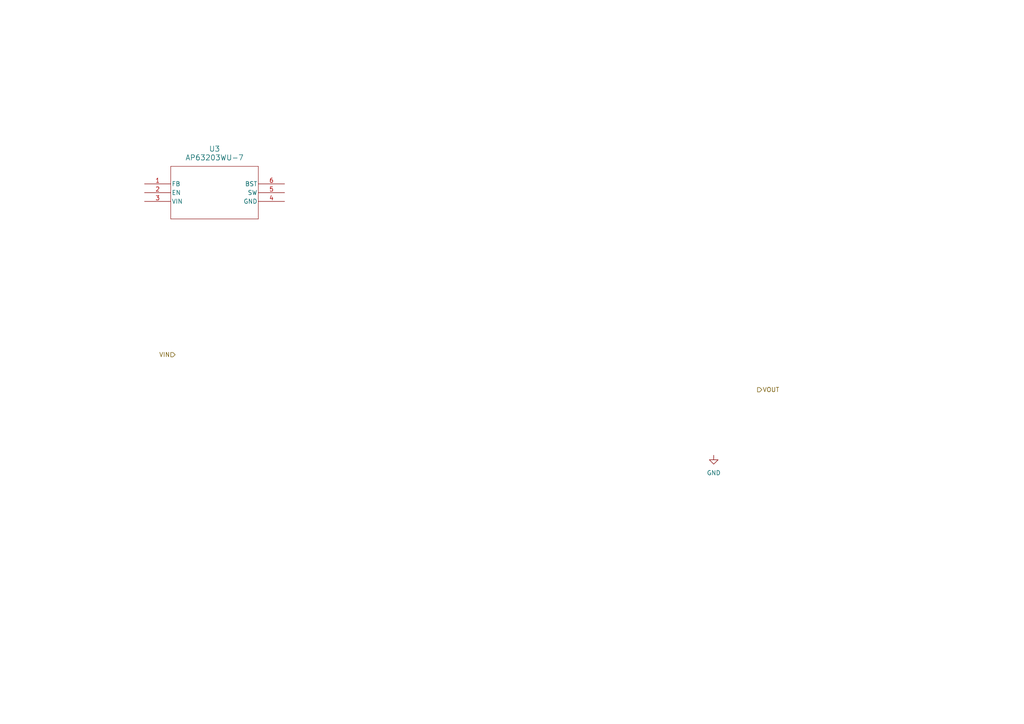
<source format=kicad_sch>
(kicad_sch
	(version 20250114)
	(generator "eeschema")
	(generator_version "9.0")
	(uuid "230fe3c7-6e85-4f35-a578-45a4f89f1959")
	(paper "A4")
	(lib_symbols
		(symbol "AP63203WU-7:AP63203WU-7"
			(pin_names
				(offset 0.254)
			)
			(exclude_from_sim no)
			(in_bom yes)
			(on_board yes)
			(property "Reference" "U"
				(at 20.32 10.16 0)
				(effects
					(font
						(size 1.524 1.524)
					)
				)
			)
			(property "Value" "AP63203WU-7"
				(at 20.32 7.62 0)
				(effects
					(font
						(size 1.524 1.524)
					)
				)
			)
			(property "Footprint" "AP63203WU-7_DIO"
				(at 0 0 0)
				(effects
					(font
						(size 1.27 1.27)
						(italic yes)
					)
					(hide yes)
				)
			)
			(property "Datasheet" "AP63203WU-7"
				(at 0 0 0)
				(effects
					(font
						(size 1.27 1.27)
						(italic yes)
					)
					(hide yes)
				)
			)
			(property "Description" ""
				(at 0 0 0)
				(effects
					(font
						(size 1.27 1.27)
					)
					(hide yes)
				)
			)
			(property "ki_locked" ""
				(at 0 0 0)
				(effects
					(font
						(size 1.27 1.27)
					)
				)
			)
			(property "ki_keywords" "AP63203WU-7"
				(at 0 0 0)
				(effects
					(font
						(size 1.27 1.27)
					)
					(hide yes)
				)
			)
			(property "ki_fp_filters" "AP63203WU-7_DIO AP63203WU-7_DIO-M AP63203WU-7_DIO-L"
				(at 0 0 0)
				(effects
					(font
						(size 1.27 1.27)
					)
					(hide yes)
				)
			)
			(symbol "AP63203WU-7_0_1"
				(polyline
					(pts
						(xy 7.62 5.08) (xy 7.62 -10.16)
					)
					(stroke
						(width 0.127)
						(type default)
					)
					(fill
						(type none)
					)
				)
				(polyline
					(pts
						(xy 7.62 -10.16) (xy 33.02 -10.16)
					)
					(stroke
						(width 0.127)
						(type default)
					)
					(fill
						(type none)
					)
				)
				(polyline
					(pts
						(xy 33.02 5.08) (xy 7.62 5.08)
					)
					(stroke
						(width 0.127)
						(type default)
					)
					(fill
						(type none)
					)
				)
				(polyline
					(pts
						(xy 33.02 -10.16) (xy 33.02 5.08)
					)
					(stroke
						(width 0.127)
						(type default)
					)
					(fill
						(type none)
					)
				)
				(pin output line
					(at 0 0 0)
					(length 7.62)
					(name "FB"
						(effects
							(font
								(size 1.27 1.27)
							)
						)
					)
					(number "1"
						(effects
							(font
								(size 1.27 1.27)
							)
						)
					)
				)
				(pin input line
					(at 0 -2.54 0)
					(length 7.62)
					(name "EN"
						(effects
							(font
								(size 1.27 1.27)
							)
						)
					)
					(number "2"
						(effects
							(font
								(size 1.27 1.27)
							)
						)
					)
				)
				(pin power_in line
					(at 0 -5.08 0)
					(length 7.62)
					(name "VIN"
						(effects
							(font
								(size 1.27 1.27)
							)
						)
					)
					(number "3"
						(effects
							(font
								(size 1.27 1.27)
							)
						)
					)
				)
				(pin input line
					(at 40.64 0 180)
					(length 7.62)
					(name "BST"
						(effects
							(font
								(size 1.27 1.27)
							)
						)
					)
					(number "6"
						(effects
							(font
								(size 1.27 1.27)
							)
						)
					)
				)
				(pin output line
					(at 40.64 -2.54 180)
					(length 7.62)
					(name "SW"
						(effects
							(font
								(size 1.27 1.27)
							)
						)
					)
					(number "5"
						(effects
							(font
								(size 1.27 1.27)
							)
						)
					)
				)
				(pin power_out line
					(at 40.64 -5.08 180)
					(length 7.62)
					(name "GND"
						(effects
							(font
								(size 1.27 1.27)
							)
						)
					)
					(number "4"
						(effects
							(font
								(size 1.27 1.27)
							)
						)
					)
				)
			)
			(embedded_fonts no)
		)
		(symbol "power:GND"
			(power)
			(pin_numbers
				(hide yes)
			)
			(pin_names
				(offset 0)
				(hide yes)
			)
			(exclude_from_sim no)
			(in_bom yes)
			(on_board yes)
			(property "Reference" "#PWR"
				(at 0 -6.35 0)
				(effects
					(font
						(size 1.27 1.27)
					)
					(hide yes)
				)
			)
			(property "Value" "GND"
				(at 0 -3.81 0)
				(effects
					(font
						(size 1.27 1.27)
					)
				)
			)
			(property "Footprint" ""
				(at 0 0 0)
				(effects
					(font
						(size 1.27 1.27)
					)
					(hide yes)
				)
			)
			(property "Datasheet" ""
				(at 0 0 0)
				(effects
					(font
						(size 1.27 1.27)
					)
					(hide yes)
				)
			)
			(property "Description" "Power symbol creates a global label with name \"GND\" , ground"
				(at 0 0 0)
				(effects
					(font
						(size 1.27 1.27)
					)
					(hide yes)
				)
			)
			(property "ki_keywords" "global power"
				(at 0 0 0)
				(effects
					(font
						(size 1.27 1.27)
					)
					(hide yes)
				)
			)
			(symbol "GND_0_1"
				(polyline
					(pts
						(xy 0 0) (xy 0 -1.27) (xy 1.27 -1.27) (xy 0 -2.54) (xy -1.27 -1.27) (xy 0 -1.27)
					)
					(stroke
						(width 0)
						(type default)
					)
					(fill
						(type none)
					)
				)
			)
			(symbol "GND_1_1"
				(pin power_in line
					(at 0 0 270)
					(length 0)
					(name "~"
						(effects
							(font
								(size 1.27 1.27)
							)
						)
					)
					(number "1"
						(effects
							(font
								(size 1.27 1.27)
							)
						)
					)
				)
			)
			(embedded_fonts no)
		)
	)
	(hierarchical_label "VIN"
		(shape input)
		(at 50.8 102.87 180)
		(effects
			(font
				(size 1.27 1.27)
			)
			(justify right)
		)
		(uuid "2af1d2e4-efde-4325-8e46-4ffc2fea6012")
	)
	(hierarchical_label "VOUT"
		(shape output)
		(at 219.71 113.03 0)
		(effects
			(font
				(size 1.27 1.27)
			)
			(justify left)
		)
		(uuid "bdc44e6a-0743-4b99-8359-0d18fe065e78")
	)
	(symbol
		(lib_id "power:GND")
		(at 207.01 132.08 0)
		(unit 1)
		(exclude_from_sim no)
		(in_bom yes)
		(on_board yes)
		(dnp no)
		(fields_autoplaced yes)
		(uuid "28238b42-04b8-4414-bc45-1ab13418a3a1")
		(property "Reference" "#PWR04"
			(at 207.01 138.43 0)
			(effects
				(font
					(size 1.27 1.27)
				)
				(hide yes)
			)
		)
		(property "Value" "GND"
			(at 207.01 137.16 0)
			(effects
				(font
					(size 1.27 1.27)
				)
			)
		)
		(property "Footprint" ""
			(at 207.01 132.08 0)
			(effects
				(font
					(size 1.27 1.27)
				)
				(hide yes)
			)
		)
		(property "Datasheet" ""
			(at 207.01 132.08 0)
			(effects
				(font
					(size 1.27 1.27)
				)
				(hide yes)
			)
		)
		(property "Description" "Power symbol creates a global label with name \"GND\" , ground"
			(at 207.01 132.08 0)
			(effects
				(font
					(size 1.27 1.27)
				)
				(hide yes)
			)
		)
		(pin "1"
			(uuid "915979d7-f666-49bb-a27e-183a83fa183f")
		)
		(instances
			(project ""
				(path "/60722063-abcd-445d-bfe3-2bc3b4deef0d/6fe67eac-ffe4-4ebc-b626-4687a858459c"
					(reference "#PWR04")
					(unit 1)
				)
			)
		)
	)
	(symbol
		(lib_id "AP63203WU-7:AP63203WU-7")
		(at 41.91 53.34 0)
		(unit 1)
		(exclude_from_sim no)
		(in_bom yes)
		(on_board yes)
		(dnp no)
		(fields_autoplaced yes)
		(uuid "80d4e200-06a1-4add-8091-8b417e7fd32b")
		(property "Reference" "U3"
			(at 62.23 43.18 0)
			(effects
				(font
					(size 1.524 1.524)
				)
			)
		)
		(property "Value" "AP63203WU-7"
			(at 62.23 45.72 0)
			(effects
				(font
					(size 1.524 1.524)
				)
			)
		)
		(property "Footprint" "AP63203WU-7_DIO"
			(at 41.91 53.34 0)
			(effects
				(font
					(size 1.27 1.27)
					(italic yes)
				)
				(hide yes)
			)
		)
		(property "Datasheet" "AP63203WU-7"
			(at 41.91 53.34 0)
			(effects
				(font
					(size 1.27 1.27)
					(italic yes)
				)
				(hide yes)
			)
		)
		(property "Description" ""
			(at 41.91 53.34 0)
			(effects
				(font
					(size 1.27 1.27)
				)
				(hide yes)
			)
		)
		(pin "4"
			(uuid "3ec58348-056f-423d-9967-8e8f892536b4")
		)
		(pin "3"
			(uuid "cfa6e95b-6d2b-463c-9a2d-222682410a35")
		)
		(pin "1"
			(uuid "4e0d20c7-6146-4cc3-9a82-04eaffdf9635")
		)
		(pin "5"
			(uuid "8031485f-66d5-42dc-aabe-b374aa917533")
		)
		(pin "2"
			(uuid "82403b54-fee8-4a2f-9c11-ac3cf78f0bfb")
		)
		(pin "6"
			(uuid "d0ff8127-58b3-4cbe-9347-94d9b269b2b3")
		)
		(instances
			(project ""
				(path "/60722063-abcd-445d-bfe3-2bc3b4deef0d/6fe67eac-ffe4-4ebc-b626-4687a858459c"
					(reference "U3")
					(unit 1)
				)
			)
		)
	)
)

</source>
